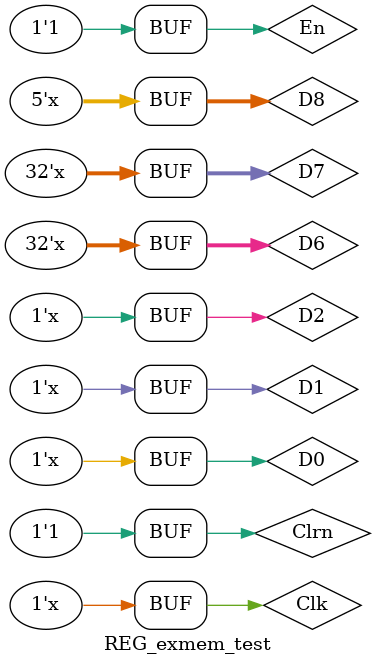
<source format=v>
`timescale 1ns / 1ps


module REG_exmem_test;
    reg [31:0]D6,D7;
    reg [4:0]D8;
    reg D0,D1,D2;
    
    reg En,Clk,Clrn;
    wire [31:0] Q6,Q7;
    wire [4:0]Q8; 
    wire Q0,Q1,Q2;
    REG_exmem u(D0,D1,D2,D6,D7,D8,En,Clk,Clrn,Q0,Q1,Q2,Q6,Q7,Q8);
    initial begin
        D0=1;
        D6=2;
        D2=1;
        D1=1;
        D7=0;
        D8=0;
        En=1;
        Clk=0;
        Clrn=0;
    end
    always #2 D0=D0+1;
    always #1 D1=D1+1;
    always #3 D2=D2+1;
    always #2 D6=D6+1;
    always #2 D7=D7+1;
    always #2 D8=D8+1;
    always #0.8 Clk=Clk+1;
    always #2 Clrn=1;
endmodule

</source>
